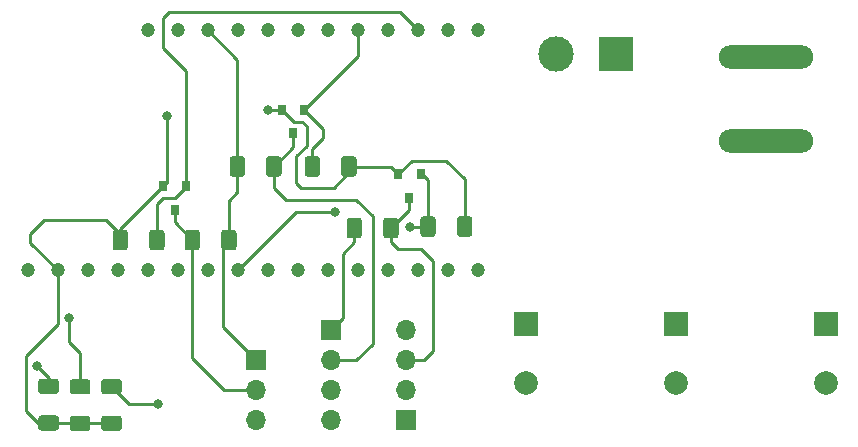
<source format=gbl>
G04 #@! TF.GenerationSoftware,KiCad,Pcbnew,(5.1.7)-1*
G04 #@! TF.CreationDate,2021-05-02T01:56:36-07:00*
G04 #@! TF.ProjectId,computer_rgb_controller,636f6d70-7574-4657-925f-7267625f636f,rev?*
G04 #@! TF.SameCoordinates,Original*
G04 #@! TF.FileFunction,Copper,L2,Bot*
G04 #@! TF.FilePolarity,Positive*
%FSLAX46Y46*%
G04 Gerber Fmt 4.6, Leading zero omitted, Abs format (unit mm)*
G04 Created by KiCad (PCBNEW (5.1.7)-1) date 2021-05-02 01:56:36*
%MOMM*%
%LPD*%
G01*
G04 APERTURE LIST*
G04 #@! TA.AperFunction,ComponentPad*
%ADD10R,2.000000X2.000000*%
G04 #@! TD*
G04 #@! TA.AperFunction,ComponentPad*
%ADD11C,2.000000*%
G04 #@! TD*
G04 #@! TA.AperFunction,ComponentPad*
%ADD12R,1.700000X1.700000*%
G04 #@! TD*
G04 #@! TA.AperFunction,ComponentPad*
%ADD13O,1.700000X1.700000*%
G04 #@! TD*
G04 #@! TA.AperFunction,ComponentPad*
%ADD14R,3.000000X3.000000*%
G04 #@! TD*
G04 #@! TA.AperFunction,ComponentPad*
%ADD15C,3.000000*%
G04 #@! TD*
G04 #@! TA.AperFunction,SMDPad,CuDef*
%ADD16R,0.800000X0.900000*%
G04 #@! TD*
G04 #@! TA.AperFunction,ComponentPad*
%ADD17O,8.000000X2.000000*%
G04 #@! TD*
G04 #@! TA.AperFunction,ComponentPad*
%ADD18C,1.200000*%
G04 #@! TD*
G04 #@! TA.AperFunction,ViaPad*
%ADD19C,0.800000*%
G04 #@! TD*
G04 #@! TA.AperFunction,Conductor*
%ADD20C,0.250000*%
G04 #@! TD*
G04 APERTURE END LIST*
D10*
X123190000Y-63500000D03*
D11*
X123190000Y-68500000D03*
D10*
X148590000Y-63500000D03*
D11*
X148590000Y-68500000D03*
X135890000Y-68500000D03*
D10*
X135890000Y-63500000D03*
D12*
X106680000Y-64008000D03*
D13*
X106680000Y-66548000D03*
X106680000Y-69088000D03*
X106680000Y-71628000D03*
D12*
X113030000Y-71628000D03*
D13*
X113030000Y-69088000D03*
X113030000Y-66548000D03*
X113030000Y-64008000D03*
D12*
X100330000Y-66548000D03*
D13*
X100330000Y-69088000D03*
X100330000Y-71628000D03*
D14*
X130810000Y-40640000D03*
D15*
X125730000Y-40640000D03*
D16*
X102555000Y-45355000D03*
X104455000Y-45355000D03*
X103505000Y-47355000D03*
X93472000Y-53832000D03*
X94422000Y-51832000D03*
X92522000Y-51832000D03*
X112400000Y-50800000D03*
X114300000Y-50800000D03*
X113350000Y-52800000D03*
G04 #@! TA.AperFunction,SMDPad,CuDef*
G36*
G01*
X108880000Y-49539999D02*
X108880000Y-50790001D01*
G75*
G02*
X108630001Y-51040000I-249999J0D01*
G01*
X107829999Y-51040000D01*
G75*
G02*
X107580000Y-50790001I0J249999D01*
G01*
X107580000Y-49539999D01*
G75*
G02*
X107829999Y-49290000I249999J0D01*
G01*
X108630001Y-49290000D01*
G75*
G02*
X108880000Y-49539999I0J-249999D01*
G01*
G37*
G04 #@! TD.AperFunction*
G04 #@! TA.AperFunction,SMDPad,CuDef*
G36*
G01*
X105780000Y-49539999D02*
X105780000Y-50790001D01*
G75*
G02*
X105530001Y-51040000I-249999J0D01*
G01*
X104729999Y-51040000D01*
G75*
G02*
X104480000Y-50790001I0J249999D01*
G01*
X104480000Y-49539999D01*
G75*
G02*
X104729999Y-49290000I249999J0D01*
G01*
X105530001Y-49290000D01*
G75*
G02*
X105780000Y-49539999I0J-249999D01*
G01*
G37*
G04 #@! TD.AperFunction*
G04 #@! TA.AperFunction,SMDPad,CuDef*
G36*
G01*
X91324000Y-57013001D02*
X91324000Y-55762999D01*
G75*
G02*
X91573999Y-55513000I249999J0D01*
G01*
X92374001Y-55513000D01*
G75*
G02*
X92624000Y-55762999I0J-249999D01*
G01*
X92624000Y-57013001D01*
G75*
G02*
X92374001Y-57263000I-249999J0D01*
G01*
X91573999Y-57263000D01*
G75*
G02*
X91324000Y-57013001I0J249999D01*
G01*
G37*
G04 #@! TD.AperFunction*
G04 #@! TA.AperFunction,SMDPad,CuDef*
G36*
G01*
X88224000Y-57013001D02*
X88224000Y-55762999D01*
G75*
G02*
X88473999Y-55513000I249999J0D01*
G01*
X89274001Y-55513000D01*
G75*
G02*
X89524000Y-55762999I0J-249999D01*
G01*
X89524000Y-57013001D01*
G75*
G02*
X89274001Y-57263000I-249999J0D01*
G01*
X88473999Y-57263000D01*
G75*
G02*
X88224000Y-57013001I0J249999D01*
G01*
G37*
G04 #@! TD.AperFunction*
G04 #@! TA.AperFunction,SMDPad,CuDef*
G36*
G01*
X115585000Y-54619999D02*
X115585000Y-55870001D01*
G75*
G02*
X115335001Y-56120000I-249999J0D01*
G01*
X114534999Y-56120000D01*
G75*
G02*
X114285000Y-55870001I0J249999D01*
G01*
X114285000Y-54619999D01*
G75*
G02*
X114534999Y-54370000I249999J0D01*
G01*
X115335001Y-54370000D01*
G75*
G02*
X115585000Y-54619999I0J-249999D01*
G01*
G37*
G04 #@! TD.AperFunction*
G04 #@! TA.AperFunction,SMDPad,CuDef*
G36*
G01*
X118685000Y-54619999D02*
X118685000Y-55870001D01*
G75*
G02*
X118435001Y-56120000I-249999J0D01*
G01*
X117634999Y-56120000D01*
G75*
G02*
X117385000Y-55870001I0J249999D01*
G01*
X117385000Y-54619999D01*
G75*
G02*
X117634999Y-54370000I249999J0D01*
G01*
X118435001Y-54370000D01*
G75*
G02*
X118685000Y-54619999I0J-249999D01*
G01*
G37*
G04 #@! TD.AperFunction*
G04 #@! TA.AperFunction,SMDPad,CuDef*
G36*
G01*
X101230000Y-50790001D02*
X101230000Y-49539999D01*
G75*
G02*
X101479999Y-49290000I249999J0D01*
G01*
X102280001Y-49290000D01*
G75*
G02*
X102530000Y-49539999I0J-249999D01*
G01*
X102530000Y-50790001D01*
G75*
G02*
X102280001Y-51040000I-249999J0D01*
G01*
X101479999Y-51040000D01*
G75*
G02*
X101230000Y-50790001I0J249999D01*
G01*
G37*
G04 #@! TD.AperFunction*
G04 #@! TA.AperFunction,SMDPad,CuDef*
G36*
G01*
X98130000Y-50790001D02*
X98130000Y-49539999D01*
G75*
G02*
X98379999Y-49290000I249999J0D01*
G01*
X99180001Y-49290000D01*
G75*
G02*
X99430000Y-49539999I0J-249999D01*
G01*
X99430000Y-50790001D01*
G75*
G02*
X99180001Y-51040000I-249999J0D01*
G01*
X98379999Y-51040000D01*
G75*
G02*
X98130000Y-50790001I0J249999D01*
G01*
G37*
G04 #@! TD.AperFunction*
G04 #@! TA.AperFunction,SMDPad,CuDef*
G36*
G01*
X98720000Y-55762999D02*
X98720000Y-57013001D01*
G75*
G02*
X98470001Y-57263000I-249999J0D01*
G01*
X97669999Y-57263000D01*
G75*
G02*
X97420000Y-57013001I0J249999D01*
G01*
X97420000Y-55762999D01*
G75*
G02*
X97669999Y-55513000I249999J0D01*
G01*
X98470001Y-55513000D01*
G75*
G02*
X98720000Y-55762999I0J-249999D01*
G01*
G37*
G04 #@! TD.AperFunction*
G04 #@! TA.AperFunction,SMDPad,CuDef*
G36*
G01*
X95620000Y-55762999D02*
X95620000Y-57013001D01*
G75*
G02*
X95370001Y-57263000I-249999J0D01*
G01*
X94569999Y-57263000D01*
G75*
G02*
X94320000Y-57013001I0J249999D01*
G01*
X94320000Y-55762999D01*
G75*
G02*
X94569999Y-55513000I249999J0D01*
G01*
X95370001Y-55513000D01*
G75*
G02*
X95620000Y-55762999I0J-249999D01*
G01*
G37*
G04 #@! TD.AperFunction*
G04 #@! TA.AperFunction,SMDPad,CuDef*
G36*
G01*
X108036000Y-55997001D02*
X108036000Y-54746999D01*
G75*
G02*
X108285999Y-54497000I249999J0D01*
G01*
X109086001Y-54497000D01*
G75*
G02*
X109336000Y-54746999I0J-249999D01*
G01*
X109336000Y-55997001D01*
G75*
G02*
X109086001Y-56247000I-249999J0D01*
G01*
X108285999Y-56247000D01*
G75*
G02*
X108036000Y-55997001I0J249999D01*
G01*
G37*
G04 #@! TD.AperFunction*
G04 #@! TA.AperFunction,SMDPad,CuDef*
G36*
G01*
X111136000Y-55997001D02*
X111136000Y-54746999D01*
G75*
G02*
X111385999Y-54497000I249999J0D01*
G01*
X112186001Y-54497000D01*
G75*
G02*
X112436000Y-54746999I0J-249999D01*
G01*
X112436000Y-55997001D01*
G75*
G02*
X112186001Y-56247000I-249999J0D01*
G01*
X111385999Y-56247000D01*
G75*
G02*
X111136000Y-55997001I0J249999D01*
G01*
G37*
G04 #@! TD.AperFunction*
G04 #@! TA.AperFunction,SMDPad,CuDef*
G36*
G01*
X87512999Y-68158000D02*
X88763001Y-68158000D01*
G75*
G02*
X89013000Y-68407999I0J-249999D01*
G01*
X89013000Y-69208001D01*
G75*
G02*
X88763001Y-69458000I-249999J0D01*
G01*
X87512999Y-69458000D01*
G75*
G02*
X87263000Y-69208001I0J249999D01*
G01*
X87263000Y-68407999D01*
G75*
G02*
X87512999Y-68158000I249999J0D01*
G01*
G37*
G04 #@! TD.AperFunction*
G04 #@! TA.AperFunction,SMDPad,CuDef*
G36*
G01*
X87512999Y-71258000D02*
X88763001Y-71258000D01*
G75*
G02*
X89013000Y-71507999I0J-249999D01*
G01*
X89013000Y-72308001D01*
G75*
G02*
X88763001Y-72558000I-249999J0D01*
G01*
X87512999Y-72558000D01*
G75*
G02*
X87263000Y-72308001I0J249999D01*
G01*
X87263000Y-71507999D01*
G75*
G02*
X87512999Y-71258000I249999J0D01*
G01*
G37*
G04 #@! TD.AperFunction*
G04 #@! TA.AperFunction,SMDPad,CuDef*
G36*
G01*
X82178999Y-71232000D02*
X83429001Y-71232000D01*
G75*
G02*
X83679000Y-71481999I0J-249999D01*
G01*
X83679000Y-72282001D01*
G75*
G02*
X83429001Y-72532000I-249999J0D01*
G01*
X82178999Y-72532000D01*
G75*
G02*
X81929000Y-72282001I0J249999D01*
G01*
X81929000Y-71481999D01*
G75*
G02*
X82178999Y-71232000I249999J0D01*
G01*
G37*
G04 #@! TD.AperFunction*
G04 #@! TA.AperFunction,SMDPad,CuDef*
G36*
G01*
X82178999Y-68132000D02*
X83429001Y-68132000D01*
G75*
G02*
X83679000Y-68381999I0J-249999D01*
G01*
X83679000Y-69182001D01*
G75*
G02*
X83429001Y-69432000I-249999J0D01*
G01*
X82178999Y-69432000D01*
G75*
G02*
X81929000Y-69182001I0J249999D01*
G01*
X81929000Y-68381999D01*
G75*
G02*
X82178999Y-68132000I249999J0D01*
G01*
G37*
G04 #@! TD.AperFunction*
G04 #@! TA.AperFunction,SMDPad,CuDef*
G36*
G01*
X84845999Y-68158000D02*
X86096001Y-68158000D01*
G75*
G02*
X86346000Y-68407999I0J-249999D01*
G01*
X86346000Y-69208001D01*
G75*
G02*
X86096001Y-69458000I-249999J0D01*
G01*
X84845999Y-69458000D01*
G75*
G02*
X84596000Y-69208001I0J249999D01*
G01*
X84596000Y-68407999D01*
G75*
G02*
X84845999Y-68158000I249999J0D01*
G01*
G37*
G04 #@! TD.AperFunction*
G04 #@! TA.AperFunction,SMDPad,CuDef*
G36*
G01*
X84845999Y-71258000D02*
X86096001Y-71258000D01*
G75*
G02*
X86346000Y-71507999I0J-249999D01*
G01*
X86346000Y-72308001D01*
G75*
G02*
X86096001Y-72558000I-249999J0D01*
G01*
X84845999Y-72558000D01*
G75*
G02*
X84596000Y-72308001I0J249999D01*
G01*
X84596000Y-71507999D01*
G75*
G02*
X84845999Y-71258000I249999J0D01*
G01*
G37*
G04 #@! TD.AperFunction*
D17*
X143510000Y-48006000D03*
X143510000Y-40894000D03*
D18*
X81026000Y-58928000D03*
X83566000Y-58928000D03*
X86106000Y-58928000D03*
X88646000Y-58928000D03*
X91186000Y-38608000D03*
X91186000Y-58928000D03*
X93726000Y-38608000D03*
X93726000Y-58928000D03*
X96266000Y-38608000D03*
X96266000Y-58928000D03*
X98806000Y-38608000D03*
X98806000Y-58928000D03*
X101346000Y-38608000D03*
X101346000Y-58928000D03*
X103886000Y-38608000D03*
X103886000Y-58928000D03*
X106426000Y-38608000D03*
X106426000Y-58928000D03*
X108966000Y-38608000D03*
X108966000Y-58928000D03*
X111506000Y-38608000D03*
X111506000Y-58928000D03*
X114046000Y-38608000D03*
X114046000Y-58928000D03*
X116586000Y-38608000D03*
X116586000Y-58928000D03*
X119126000Y-38608000D03*
X119126000Y-58928000D03*
D19*
X98070000Y-56388000D03*
X81788000Y-67056000D03*
X84545000Y-62975000D03*
X92045000Y-70275000D03*
X101346000Y-45339000D03*
X92837000Y-45847000D03*
X107061000Y-53975000D03*
X113411000Y-55245000D03*
D20*
X98780000Y-41122000D02*
X96266000Y-38608000D01*
X98780000Y-50165000D02*
X98780000Y-41122000D01*
X98780000Y-50165000D02*
X98780000Y-52350000D01*
X98070000Y-53060000D02*
X98070000Y-56388000D01*
X98780000Y-52350000D02*
X98070000Y-53060000D01*
X98070000Y-56388000D02*
X97536000Y-56922000D01*
X97536000Y-63754000D02*
X100330000Y-66548000D01*
X97536000Y-56922000D02*
X97536000Y-63754000D01*
X107696000Y-62992000D02*
X106680000Y-64008000D01*
X107696000Y-57531000D02*
X107696000Y-62992000D01*
X108686000Y-56541000D02*
X107696000Y-57531000D01*
X108686000Y-55372000D02*
X108686000Y-56541000D01*
X103505000Y-48540000D02*
X101880000Y-50165000D01*
X103505000Y-47355000D02*
X103505000Y-48540000D01*
X108839000Y-66548000D02*
X106680000Y-66548000D01*
X110236000Y-65151000D02*
X108839000Y-66548000D01*
X108839000Y-52959000D02*
X110236000Y-54356000D01*
X110236000Y-54356000D02*
X110236000Y-65151000D01*
X102870000Y-52959000D02*
X108839000Y-52959000D01*
X101880000Y-51969000D02*
X102870000Y-52959000D01*
X101880000Y-50165000D02*
X101880000Y-51969000D01*
X113350000Y-53808000D02*
X111786000Y-55372000D01*
X113350000Y-52800000D02*
X113350000Y-53808000D01*
X114554000Y-66548000D02*
X113030000Y-66548000D01*
X115316000Y-65786000D02*
X114554000Y-66548000D01*
X115316000Y-58166000D02*
X115316000Y-65786000D01*
X114300000Y-57150000D02*
X115316000Y-58166000D01*
X112395000Y-57150000D02*
X114300000Y-57150000D01*
X111786000Y-56541000D02*
X112395000Y-57150000D01*
X111786000Y-55372000D02*
X111786000Y-56541000D01*
X93472000Y-54890000D02*
X94970000Y-56388000D01*
X93472000Y-53832000D02*
X93472000Y-54890000D01*
X94970000Y-56388000D02*
X94970000Y-66395000D01*
X97663000Y-69088000D02*
X100330000Y-69088000D01*
X94970000Y-66395000D02*
X97663000Y-69088000D01*
X82829000Y-68757000D02*
X82804000Y-68782000D01*
X82804000Y-68782000D02*
X82804000Y-68072000D01*
X82804000Y-68072000D02*
X81788000Y-67056000D01*
X85471000Y-68808000D02*
X85471000Y-65913000D01*
X84545000Y-64987000D02*
X84545000Y-62975000D01*
X85471000Y-65913000D02*
X84545000Y-64987000D01*
X88138000Y-68808000D02*
X88138000Y-68834000D01*
X89579000Y-70275000D02*
X92045000Y-70275000D01*
X88138000Y-68834000D02*
X89579000Y-70275000D01*
X88874000Y-55480000D02*
X88874000Y-56388000D01*
X92522000Y-51832000D02*
X88874000Y-55480000D01*
X88874000Y-56388000D02*
X88874000Y-55854000D01*
X82454010Y-54679990D02*
X81254000Y-55880000D01*
X87699990Y-54679990D02*
X82454010Y-54679990D01*
X88874000Y-55854000D02*
X87699990Y-54679990D01*
X81254000Y-56616000D02*
X81254000Y-55880000D01*
X83566000Y-58928000D02*
X81254000Y-56616000D01*
X102555000Y-45355000D02*
X102759000Y-45355000D01*
X111765000Y-50165000D02*
X112400000Y-50800000D01*
X108230000Y-50165000D02*
X111765000Y-50165000D01*
X118035000Y-55245000D02*
X118035000Y-51233000D01*
X118035000Y-51233000D02*
X116459000Y-49657000D01*
X113543000Y-49657000D02*
X112400000Y-50800000D01*
X116459000Y-49657000D02*
X113543000Y-49657000D01*
X101362000Y-45355000D02*
X101346000Y-45339000D01*
X102555000Y-45355000D02*
X101362000Y-45355000D01*
X92837000Y-51517000D02*
X92522000Y-51832000D01*
X92837000Y-45847000D02*
X92837000Y-51517000D01*
X108230000Y-50165000D02*
X108230000Y-50647000D01*
X108230000Y-50647000D02*
X106934000Y-51943000D01*
X106934000Y-51943000D02*
X104140000Y-51943000D01*
X104140000Y-51943000D02*
X103759000Y-51562000D01*
X103759000Y-51562000D02*
X103759000Y-49276000D01*
X103759000Y-49276000D02*
X104648000Y-48387000D01*
X104648000Y-48387000D02*
X104648000Y-46736000D01*
X104648000Y-46736000D02*
X104267000Y-46355000D01*
X103555000Y-46355000D02*
X102555000Y-45355000D01*
X104267000Y-46355000D02*
X103555000Y-46355000D01*
X85445000Y-71882000D02*
X85471000Y-71908000D01*
X82830000Y-71908000D02*
X82804000Y-71882000D01*
X88138000Y-71908000D02*
X82830000Y-71908000D01*
X82804000Y-71882000D02*
X81915000Y-71882000D01*
X81915000Y-71882000D02*
X80899000Y-70866000D01*
X80899000Y-70866000D02*
X80899000Y-66167000D01*
X83566000Y-63500000D02*
X83566000Y-58928000D01*
X80899000Y-66167000D02*
X83566000Y-63500000D01*
X108966000Y-40844000D02*
X104455000Y-45355000D01*
X108966000Y-38608000D02*
X108966000Y-40844000D01*
X105130000Y-50165000D02*
X105130000Y-48667000D01*
X105130000Y-48667000D02*
X106045000Y-47752000D01*
X106045000Y-46945000D02*
X104455000Y-45355000D01*
X106045000Y-47752000D02*
X106045000Y-46945000D01*
X114046000Y-38608000D02*
X112522000Y-37084000D01*
X112522000Y-37084000D02*
X92964000Y-37084000D01*
X92964000Y-37084000D02*
X92456000Y-37592000D01*
X92456000Y-37592000D02*
X92456000Y-40132000D01*
X94422000Y-42098000D02*
X94422000Y-51832000D01*
X92456000Y-40132000D02*
X94422000Y-42098000D01*
X94422000Y-51832000D02*
X94422000Y-51882000D01*
X94422000Y-51882000D02*
X93472000Y-52832000D01*
X93472000Y-52832000D02*
X92456000Y-52832000D01*
X91974000Y-53314000D02*
X91974000Y-56388000D01*
X92456000Y-52832000D02*
X91974000Y-53314000D01*
X114300000Y-50800000D02*
X114427000Y-50800000D01*
X114935000Y-51308000D02*
X114935000Y-55245000D01*
X114427000Y-50800000D02*
X114935000Y-51308000D01*
X103759000Y-53975000D02*
X107061000Y-53975000D01*
X98806000Y-58928000D02*
X103759000Y-53975000D01*
X113411000Y-55245000D02*
X114935000Y-55245000D01*
M02*

</source>
